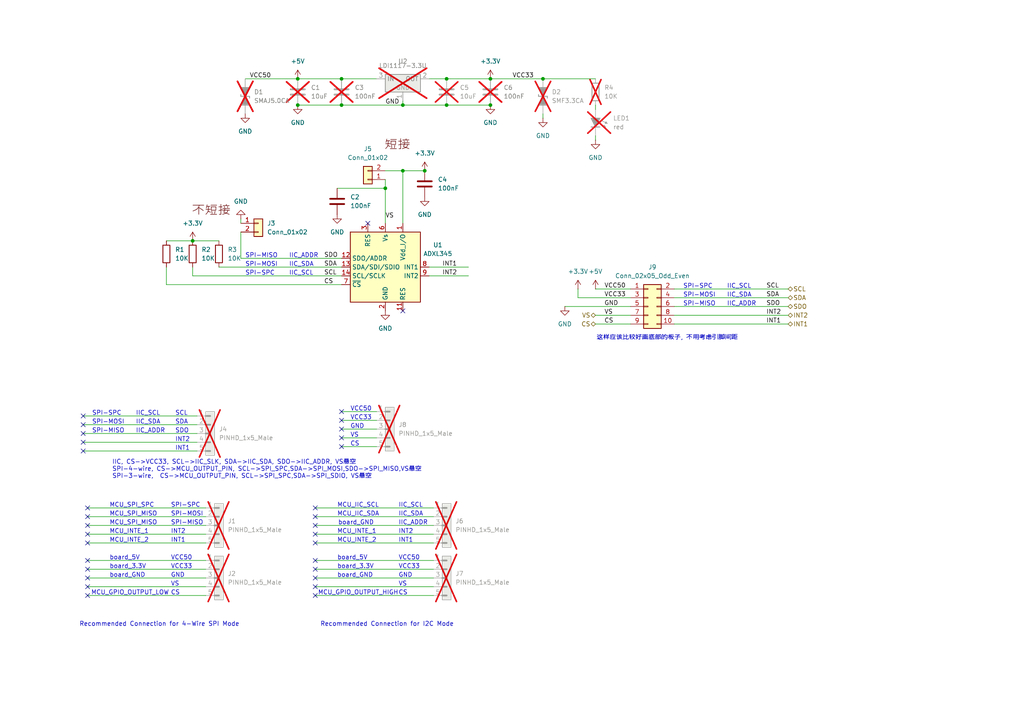
<source format=kicad_sch>
(kicad_sch (version 20250114) (generator "eeschema") (generator_version "9.0")
  (paper "A4")
  (lib_symbols
    (symbol "Connector_Generic:Conn_01x02" (pin_names (offset 1.016) (hide yes))
      (property "Reference" "J" (at 0 2.54 0))
      (property "Value" "Conn_01x02" (at 0 -5.08 0))
      (symbol "Conn_01x02_1_1"
        (rectangle (start -1.27 1.27) (end 1.27 -3.81) (stroke (width 0.254)) (fill (type background)))
        (rectangle (start -1.27 0.127) (end 0 -0.127) (stroke (width 0.1524)))
        (rectangle (start -1.27 -2.413) (end 0 -2.667) (stroke (width 0.1524)))
        (pin passive line (at -5.08 0 0) (length 3.81) (name "Pin_1") (number "1"))
        (pin passive line (at -5.08 -2.54 0) (length 3.81) (name "Pin_2") (number "2"))
      )
    )
    (symbol "Connector_Generic:Conn_02x05_Odd_Even" (pin_names (offset 1.016) (hide yes))
      (property "Reference" "J" (at 1.27 7.62 0))
      (property "Value" "Conn_02x05_Odd_Even" (at 1.27 -7.62 0))
      (symbol "Conn_02x05_Odd_Even_1_1"
        (rectangle (start -1.27 6.35) (end 3.81 -6.35) (stroke (width 0.254)) (fill (type background)))
        (rectangle (start -1.27 5.207) (end 0 4.953) (stroke (width 0.1524)))
        (rectangle (start -1.27 2.667) (end 0 2.413) (stroke (width 0.1524)))
        (rectangle (start -1.27 0.127) (end 0 -0.127) (stroke (width 0.1524)))
        (rectangle (start -1.27 -2.413) (end 0 -2.667) (stroke (width 0.1524)))
        (rectangle (start -1.27 -4.953) (end 0 -5.207) (stroke (width 0.1524)))
        (rectangle (start 3.81 5.207) (end 2.54 4.953) (stroke (width 0.1524)))
        (rectangle (start 3.81 2.667) (end 2.54 2.413) (stroke (width 0.1524)))
        (rectangle (start 3.81 0.127) (end 2.54 -0.127) (stroke (width 0.1524)))
        (rectangle (start 3.81 -2.413) (end 2.54 -2.667) (stroke (width 0.1524)))
        (rectangle (start 3.81 -4.953) (end 2.54 -5.207) (stroke (width 0.1524)))
        (pin passive line (at -5.08 5.08 0) (length 3.81) (name "Pin_1") (number "1"))
        (pin passive line (at -5.08 2.54 0) (length 3.81) (name "Pin_3") (number "3"))
        (pin passive line (at -5.08 0 0) (length 3.81) (name "Pin_5") (number "5"))
        (pin passive line (at -5.08 -2.54 0) (length 3.81) (name "Pin_7") (number "7"))
        (pin passive line (at -5.08 -5.08 0) (length 3.81) (name "Pin_9") (number "9"))
        (pin passive line (at 7.62 5.08 180) (length 3.81) (name "Pin_2") (number "2"))
        (pin passive line (at 7.62 2.54 180) (length 3.81) (name "Pin_4") (number "4"))
        (pin passive line (at 7.62 0 180) (length 3.81) (name "Pin_6") (number "6"))
        (pin passive line (at 7.62 -2.54 180) (length 3.81) (name "Pin_8") (number "8"))
        (pin passive line (at 7.62 -5.08 180) (length 3.81) (name "Pin_10") (number "10"))
      )
    )
    (symbol "Library:ADXL345"
      (property "Reference" "U" (at -8.89 11.43 0))
      (property "Value" "ADXL345" (at -7.62 -11.43 0))
      (symbol "ADXL345_0_1"
        (rectangle (start -10.16 10.16) (end 10.16 -10.16) (stroke (width 0.254)) (fill (type background)))
      )
      (symbol "ADXL345_1_1"
        (pin bidirectional line (at -12.7 2.54 0) (length 2.54) (name "SDO/ADDR") (number "12"))
        (pin bidirectional line (at -12.7 0 0) (length 2.54) (name "SDA/SDI/SDIO") (number "13"))
        (pin input line (at -12.7 -2.54 0) (length 2.54) (name "SCL/SCLK") (number "14"))
        (pin input line (at -12.7 -5.08 0) (length 2.54) (name "~{CS}") (number "7"))
        (pin passive line (at -5.08 12.7 270) (length 2.54) (name "RES") (number "3"))
        (pin no_connect line (at -5.08 -10.16 90) (length 2.54) (hide yes) (name "NC") (number "10"))
        (pin power_in line (at 0 12.7 270) (length 2.54) (name "Vs") (number "6"))
        (pin power_in line (at 0 -12.7 90) (length 2.54) (name "GND") (number "2"))
        (pin passive line (at 0 -12.7 90) (length 2.54) (hide yes) (name "GND") (number "4"))
        (pin passive line (at 0 -12.7 90) (length 2.54) (hide yes) (name "GND") (number "5"))
        (pin power_in line (at 5.08 12.7 270) (length 2.54) (name "Vdd_I/O") (number "1"))
        (pin passive line (at 5.08 -12.7 90) (length 2.54) (name "RES") (number "11"))
        (pin output line (at 12.7 0 180) (length 2.54) (name "INT1") (number "8"))
        (pin output line (at 12.7 -2.54 180) (length 2.54) (name "INT2") (number "9"))
      )
    )
    (symbol "PCM_Capacitor_AKL:C_1206" (pin_numbers (hide yes)) (pin_names (offset 0.254))
      (property "Reference" "C" (at 0.635 2.54 0))
      (property "Value" "C_1206" (at 0.635 -2.54 0))
      (symbol "C_1206_0_1"
        (polyline (pts (xy -2.032 0.762) (xy 2.032 0.762)) (stroke (width 0.508)))
        (polyline (pts (xy -2.032 -0.762) (xy 2.032 -0.762)) (stroke (width 0.508)))
      )
      (symbol "C_1206_0_2"
        (polyline (pts (xy -2.54 -2.54) (xy -0.381 -0.381)))
        (polyline (pts (xy -0.508 -0.508) (xy -1.651 0.635)) (stroke (width 0.508)))
        (polyline (pts (xy -0.508 -0.508) (xy 0.635 -1.651)) (stroke (width 0.508)))
        (polyline (pts (xy 0.381 0.381) (xy 2.54 2.54)))
        (polyline (pts (xy 0.508 0.508) (xy -0.635 1.651)) (stroke (width 0.508)))
        (polyline (pts (xy 0.508 0.508) (xy 1.651 -0.635)) (stroke (width 0.508)))
      )
      (symbol "C_1206_1_1"
        (pin passive line (at 0 3.81 270) (length 2.794) (name "~") (number "1"))
        (pin passive line (at 0 -3.81 90) (length 2.794) (name "~") (number "2"))
      )
      (symbol "C_1206_1_2"
        (pin passive line (at -2.54 -2.54 90) (length 0) (name "~") (number "2"))
        (pin passive line (at 2.54 2.54 270) (length 0) (name "~") (number "1"))
      )
    )
    (symbol "PCM_Diode_TVS_AKL:SMAJ5.0CA" (pin_numbers (hide yes)) (pin_names (offset 1.016) (hide yes))
      (property "Reference" "D" (at 0 5.08 0))
      (property "Value" "SMAJ5.0CA" (at 0 2.54 0))
      (symbol "SMAJ5.0CA_0_1"
        (polyline (pts (xy 0 1.27) (xy 0 -1.27)) (stroke (width 0.254)))
        (polyline (pts (xy 0 1.27) (xy 0.508 1.27)) (stroke (width 0.254)))
        (polyline (pts (xy 0 0) (xy -2.54 1.27) (xy -2.54 -1.27) (xy 0 0)) (stroke (width 0.254)) (fill (type outline)))
        (polyline (pts (xy 0 -1.27) (xy -0.508 -1.27)) (stroke (width 0.254)))
        (polyline (pts (xy 1.27 0) (xy -1.27 0)))
        (polyline (pts (xy 2.54 1.27) (xy 2.54 -1.27) (xy 0 0) (xy 2.54 1.27)) (stroke (width 0.254)) (fill (type outline)))
      )
      (symbol "SMAJ5.0CA_0_2"
        (polyline (pts (xy -3.81 -3.81) (xy 3.81 3.81)))
        (polyline (pts (xy -1.778 -1.778) (xy -2.667 -0.889) (xy 0 0) (xy -0.889 -2.667) (xy -1.778 -1.778)) (stroke (width 0.254)) (fill (type outline)))
        (polyline (pts (xy -0.889 0.889) (xy -1.27 0.508)) (stroke (width 0.254)))
        (polyline (pts (xy -0.889 0.889) (xy 0.889 -0.889)) (stroke (width 0.254)))
        (polyline (pts (xy 0.889 -0.889) (xy 1.27 -0.508)) (stroke (width 0.254)))
        (polyline (pts (xy 1.778 1.778) (xy 2.667 0.889) (xy 0 0) (xy 0.889 2.667) (xy 1.778 1.778)) (stroke (width 0.254)) (fill (type outline)))
      )
      (symbol "SMAJ5.0CA_1_1"
        (pin passive line (at -5.08 0 0) (length 2.54) (name "K") (number "1"))
        (pin passive line (at 5.08 0 180) (length 2.54) (name "A") (number "2"))
      )
      (symbol "SMAJ5.0CA_1_2"
        (pin passive line (at -3.81 -3.81 0) (length 0) (name "A") (number "2"))
        (pin passive line (at 3.81 3.81 180) (length 0) (name "K") (number "1"))
      )
    )
    (symbol "PCM_LED_AKL:LED_1206" (pin_numbers (hide yes)) (pin_names (offset 1.016) (hide yes))
      (property "Reference" "LED" (at 0 7.62 0))
      (property "Value" "LED_1206" (at 0 5.08 0))
      (symbol "LED_1206_0_1"
        (polyline (pts (xy -1.27 1.27) (xy -1.27 -1.27) (xy 1.27 0) (xy -1.27 1.27)) (stroke (width 0.254)) (fill (type outline)))
        (polyline (pts (xy -0.508 1.905) (xy 0.254 3.429)) (stroke (width 0.1524)))
        (polyline (pts (xy 0 2.921) (xy -0.254 3.048)) (stroke (width 0.1524)))
        (polyline (pts (xy 0 2.921) (xy 0.254 2.794)) (stroke (width 0.1524)))
        (polyline (pts (xy 0.254 2.794) (xy -0.254 3.048) (xy 0.254 3.429) (xy 0.254 2.794)) (stroke (width 0.1524)) (fill (type outline)))
        (polyline (pts (xy 0.508 1.397) (xy 1.27 2.921)) (stroke (width 0.1524)))
        (polyline (pts (xy 1.016 2.413) (xy 0.762 2.54)) (stroke (width 0.1524)))
        (polyline (pts (xy 1.016 2.413) (xy 1.27 2.286)) (stroke (width 0.1524)))
        (polyline (pts (xy 1.27 2.286) (xy 0.762 2.54) (xy 1.27 2.921) (xy 1.27 2.286)) (stroke (width 0.1524)) (fill (type outline)))
        (polyline (pts (xy 1.27 1.27) (xy 1.27 -1.27)) (stroke (width 0.254)))
        (polyline (pts (xy 1.27 0) (xy -1.27 0)))
      )
      (symbol "LED_1206_0_2"
        (polyline (pts (xy -2.54 -2.54) (xy 2.54 2.54)))
        (polyline (pts (xy -2.159 2.413) (xy -2.286 1.778) (xy -1.6764 1.9812) (xy -2.159 2.413)) (fill (type outline)))
        (polyline (pts (xy -1.651 0.889) (xy -2.159 2.413)))
        (polyline (pts (xy -1.016 2.794) (xy -1.143 2.159) (xy -0.5334 2.3622) (xy -1.016 2.794)) (fill (type outline)))
        (polyline (pts (xy -0.889 -0.889) (xy -1.778 0) (xy 0.889 0.889) (xy 0 -1.778) (xy -0.889 -0.889)) (stroke (width 0.254)) (fill (type outline)))
        (polyline (pts (xy -0.508 1.27) (xy -1.016 2.794)))
        (polyline (pts (xy 0 1.778) (xy 1.778 0)) (stroke (width 0.254)))
      )
      (symbol "LED_1206_1_1"
        (pin passive line (at -3.81 0 0) (length 2.54) (name "A") (number "2"))
        (pin passive line (at 3.81 0 180) (length 2.54) (name "K") (number "1"))
      )
      (symbol "LED_1206_1_2"
        (pin passive line (at -2.54 -2.54 0) (length 0) (name "A") (number "2"))
        (pin passive line (at 2.54 2.54 180) (length 0) (name "K") (number "1"))
      )
    )
    (symbol "PCM_Resistor_AKL:R_1206" (pin_numbers (hide yes)) (pin_names (offset 0))
      (property "Reference" "R" (at 2.54 1.27 0))
      (property "Value" "R_1206" (at 2.54 -1.27 0))
      (symbol "R_1206_0_1"
        (rectangle (start -1.016 2.54) (end 1.016 -2.54) (stroke (width 0.254)))
      )
      (symbol "R_1206_0_2"
        (polyline (pts (xy -2.54 -2.54) (xy -1.524 -1.524)))
        (polyline (pts (xy 1.524 1.524) (xy 2.54 2.54)))
        (polyline (pts (xy 1.524 1.524) (xy 0.889 2.159) (xy -2.159 -0.889) (xy -0.889 -2.159) (xy 2.159 0.889) (xy 1.524 1.524)) (stroke (width 0.254)))
      )
      (symbol "R_1206_1_1"
        (pin passive line (at 0 3.81 270) (length 1.27) (name "~") (number "1"))
        (pin passive line (at 0 -3.81 90) (length 1.27) (name "~") (number "2"))
      )
      (symbol "R_1206_1_2"
        (pin passive line (at -2.54 -2.54 0) (length 0) (name "") (number "2"))
        (pin passive line (at 2.54 2.54 180) (length 0) (name "") (number "1"))
      )
    )
    (symbol "PCM_SL_Pin_Headers:PINHD_1x5_Male"
      (property "Reference" "J" (at 0 10.16 0))
      (property "Value" "PINHD_1x5_Male" (at 0 7.62 0))
      (symbol "PINHD_1x5_Male_0_1"
        (rectangle (start -1.27 6.35) (end 1.27 -6.35) (fill (type background)))
        (polyline (pts (xy -1.27 5.08) (xy 0 5.08)) (stroke (width 0.3)))
        (polyline (pts (xy -1.27 5.08) (xy 0 5.08)) (stroke (width 0.5)))
        (polyline (pts (xy -1.27 2.54) (xy 0 2.54)) (stroke (width 0.3)))
        (polyline (pts (xy -1.27 2.54) (xy 0 2.54)) (stroke (width 0.5)))
        (polyline (pts (xy -1.27 0) (xy 0 0)) (stroke (width 0.3)))
        (polyline (pts (xy -1.27 0) (xy 0 0)) (stroke (width 0.5)))
        (polyline (pts (xy -1.27 -2.54) (xy 0 -2.54)) (stroke (width 0.3)))
        (polyline (pts (xy -1.27 -2.54) (xy 0 -2.54)) (stroke (width 0.5)))
        (polyline (pts (xy -1.27 -5.08) (xy 0 -5.08)) (stroke (width 0.3)))
        (polyline (pts (xy -1.27 -5.08) (xy 0 -5.08)) (stroke (width 0.5)))
      )
      (symbol "PINHD_1x5_Male_1_1"
        (pin passive line (at -3.81 5.08 0) (length 2.54) (name "") (number "1"))
        (pin passive line (at -3.81 2.54 0) (length 2.54) (name "") (number "2"))
        (pin passive line (at -3.81 0 0) (length 2.54) (name "") (number "3"))
        (pin passive line (at -3.81 -2.54 0) (length 2.54) (name "") (number "4"))
        (pin passive line (at -3.81 -5.08 0) (length 2.54) (name "") (number "5"))
      )
    )
    (symbol "PCM_Voltage_Regulator_AKL:LDI1117-3.3U"
      (property "Reference" "U" (at 0 6.35 0))
      (property "Value" "LDI1117-3.3U" (at 0 3.81 0))
      (symbol "LDI1117-3.3U_0_0"
        (rectangle (start -5.08 1.27) (end 5.08 -3.81) (stroke (width 0.254)) (fill (type background)))
        (text "GND" (at 0 -2.54 0) (effects (font (size 1.27 1.27))))
      )
      (symbol "LDI1117-3.3U_1_1"
        (pin power_in line (at -7.62 0 0) (length 2.54) (name "IN") (number "3"))
        (pin power_in line (at 0 -6.35 90) (length 2.54) (name "~") (number "1"))
        (pin power_out line (at 7.62 0 180) (length 2.54) (name "OUT") (number "2"))
      )
    )
    (symbol "SMF3.3CA_1" (pin_numbers (hide yes)) (pin_names (offset 1.016) (hide yes))
      (property "Reference" "D" (at 0 5.08 0))
      (property "Value" "SMF3.3CA" (at 0 2.54 0))
      (symbol "SMF3.3CA_1_0_1"
        (polyline (pts (xy 0 1.27) (xy 0 -1.27)) (stroke (width 0.254)))
        (polyline (pts (xy 0 1.27) (xy 0.508 1.27)) (stroke (width 0.254)))
        (polyline (pts (xy 0 0) (xy -2.54 1.27) (xy -2.54 -1.27) (xy 0 0)) (stroke (width 0.254)) (fill (type outline)))
        (polyline (pts (xy 0 -1.27) (xy -0.508 -1.27)) (stroke (width 0.254)))
        (polyline (pts (xy 1.27 0) (xy -1.27 0)))
        (polyline (pts (xy 2.54 1.27) (xy 2.54 -1.27) (xy 0 0) (xy 2.54 1.27)) (stroke (width 0.254)) (fill (type outline)))
      )
      (symbol "SMF3.3CA_1_0_2"
        (polyline (pts (xy -3.81 -3.81) (xy 3.81 3.81)))
        (polyline (pts (xy -1.778 -1.778) (xy -2.667 -0.889) (xy 0 0) (xy -0.889 -2.667) (xy -1.778 -1.778)) (stroke (width 0.254)) (fill (type outline)))
        (polyline (pts (xy -0.889 0.889) (xy -1.27 0.508)) (stroke (width 0.254)))
        (polyline (pts (xy -0.889 0.889) (xy 0.889 -0.889)) (stroke (width 0.254)))
        (polyline (pts (xy 0.889 -0.889) (xy 1.27 -0.508)) (stroke (width 0.254)))
        (polyline (pts (xy 1.778 1.778) (xy 2.667 0.889) (xy 0 0) (xy 0.889 2.667) (xy 1.778 1.778)) (stroke (width 0.254)) (fill (type outline)))
      )
      (symbol "SMF3.3CA_1_1_1"
        (pin passive line (at -5.08 0 0) (length 2.54) (name "K") (number "1"))
        (pin passive line (at 5.08 0 180) (length 2.54) (name "A") (number "2"))
      )
      (symbol "SMF3.3CA_1_1_2"
        (pin passive line (at -3.81 -3.81 0) (length 0) (name "A") (number "2"))
        (pin passive line (at 3.81 3.81 180) (length 0) (name "K") (number "1"))
      )
    )
    (symbol "power:+3.3V" (power) (pin_numbers (hide yes)) (pin_names (offset 0) (hide yes))
      (property "Value" "+3.3V" (at 0 3.556 0))
      (symbol "+3.3V_0_1"
        (polyline (pts (xy -0.762 1.27) (xy 0 2.54)))
        (polyline (pts (xy 0 2.54) (xy 0.762 1.27)))
        (polyline (pts (xy 0 0) (xy 0 2.54)))
      )
      (symbol "+3.3V_1_1"
        (pin power_in line (at 0 0 90) (length 0) (name "~") (number "1"))
      )
    )
    (symbol "power:+5V" (power) (pin_numbers (hide yes)) (pin_names (offset 0) (hide yes))
      (property "Value" "+5V" (at 0 3.556 0))
      (symbol "+5V_0_1"
        (polyline (pts (xy -0.762 1.27) (xy 0 2.54)))
        (polyline (pts (xy 0 2.54) (xy 0.762 1.27)))
        (polyline (pts (xy 0 0) (xy 0 2.54)))
      )
      (symbol "+5V_1_1"
        (pin power_in line (at 0 0 90) (length 0) (name "~") (number "1"))
      )
    )
    (symbol "power:GND" (power) (pin_numbers (hide yes)) (pin_names (offset 0) (hide yes))
      (property "Value" "GND" (at 0 -3.81 0))
      (symbol "GND_0_1"
        (polyline (pts (xy 0 0) (xy 0 -1.27) (xy 1.27 -1.27) (xy 0 -2.54) (xy -1.27 -1.27) (xy 0 -1.27)))
      )
      (symbol "GND_1_1"
        (pin power_in line (at 0 0 270) (length 0) (name "~") (number "1"))
      )
    )
  )
  (text "board_GND" (at 31.75 167.64 0) (effects (font (size 1.27 1.27)) (justify left bottom)))
  (text "IIC_ADDR" (at 39.37 125.73 0) (effects (font (size 1.27 1.27)) (justify left bottom)))
  (text "SPI-MOSI" (at 71.12 77.47 0) (effects (font (size 1.27 1.27)) (justify left bottom)))
  (text "短接" (at 111.506 43.688 0) (effects (font (size 2.54 2.54)) (justify left bottom)))
  (text "SPI-MOSI" (at 26.67 123.19 0) (effects (font (size 1.27 1.27)) (justify left bottom)))
  (text "IIC_SCL" (at 83.82 80.01 0) (effects (font (size 1.27 1.27)) (justify left bottom)))
  (text "GND" (at 115.57 167.64 0) (effects (font (size 1.27 1.27)) (justify left bottom)))
  (text "IIC_SCL" (at 115.57 147.32 0) (effects (font (size 1.27 1.27)) (justify left bottom)))
  (text "SPI-SPC" (at 26.67 120.65 0) (effects (font (size 1.27 1.27)) (justify left bottom)))
  (text "IIC_ADDR" (at 83.82 74.93 0) (effects (font (size 1.27 1.27)) (justify left bottom)))
  (text "这样应该比较好画底部的板子, 不用考虑引脚间距" (at 193.548 98.044 0) (effects (font (size 1.27 1.27))))
  (text "MCU_SPI_MISO" (at 31.75 152.4 0) (effects (font (size 1.27 1.27)) (justify left bottom)))
  (text "MCU_SPI_SPC" (at 31.75 147.32 0) (effects (font (size 1.27 1.27)) (justify left bottom)))
  (text "SPI-MOSI" (at 49.53 149.86 0) (effects (font (size 1.27 1.27)) (justify left bottom)))
  (text "VCC50" (at 115.57 162.56 0) (effects (font (size 1.27 1.27)) (justify left bottom)))
  (text "MCU_INTE_1" (at 31.75 154.94 0) (effects (font (size 1.27 1.27)) (justify left bottom)))
  (text "MCU_GPIO_OUTPUT_LOW" (at 26.416 172.72 0) (effects (font (size 1.27 1.27)) (justify left bottom)))
  (text "CS" (at 49.53 172.72 0) (effects (font (size 1.27 1.27)) (justify left bottom)))
  (text "MCU_INTE_2" (at 97.79 157.48 0) (effects (font (size 1.27 1.27)) (justify left bottom)))
  (text "SPI-MISO" (at 71.12 74.93 0) (effects (font (size 1.27 1.27)) (justify left bottom)))
  (text "IIC_SDA" (at 39.37 123.19 0) (effects (font (size 1.27 1.27)) (justify left bottom)))
  (text "VCC33" (at 49.53 165.1 0) (effects (font (size 1.27 1.27)) (justify left bottom)))
  (text "IIC_SDA" (at 115.57 149.86 0) (effects (font (size 1.27 1.27)) (justify left bottom)))
  (text "IIC_SDA" (at 83.82 77.47 0) (effects (font (size 1.27 1.27)) (justify left bottom)))
  (text "IIC_SDA" (at 210.82 86.36 0) (effects (font (size 1.27 1.27)) (justify left bottom)))
  (text "SDO" (at 50.8 125.73 0) (effects (font (size 1.27 1.27)) (justify left bottom)))
  (text "INT2" (at 115.57 154.94 0) (effects (font (size 1.27 1.27)) (justify left bottom)))
  (text "board_5V" (at 97.79 162.56 0) (effects (font (size 1.27 1.27)) (justify left bottom)))
  (text "VCC33" (at 101.6 121.92 0) (effects (font (size 1.27 1.27)) (justify left bottom)))
  (text "SPI-MISO" (at 198.12 88.9 0) (effects (font (size 1.27 1.27)) (justify left bottom)))
  (text "SCL" (at 50.8 120.65 0) (effects (font (size 1.27 1.27)) (justify left bottom)))
  (text "INT2" (at 49.53 154.94 0) (effects (font (size 1.27 1.27)) (justify left bottom)))
  (text "SPI-SPC" (at 49.53 147.32 0) (effects (font (size 1.27 1.27)) (justify left bottom)))
  (text "VCC50" (at 101.6 119.38 0) (effects (font (size 1.27 1.27)) (justify left bottom)))
  (text "board_5V" (at 31.75 162.56 0) (effects (font (size 1.27 1.27)) (justify left bottom)))
  (text "IIC_SCL" (at 210.82 83.82 0) (effects (font (size 1.27 1.27)) (justify left bottom)))
  (text "SPI-SPC" (at 71.12 80.01 0) (effects (font (size 1.27 1.27)) (justify left bottom)))
  (text "INT1" (at 115.57 157.48 0) (effects (font (size 1.27 1.27)) (justify left bottom)))
  (text "MCU_IIC_SDA" (at 97.79 149.86 0) (effects (font (size 1.27 1.27)) (justify left bottom)))
  (text "board_3.3V" (at 97.79 165.1 0) (effects (font (size 1.27 1.27)) (justify left bottom)))
  (text "不短接" (at 55.626 62.738 0) (effects (font (size 2.54 2.54)) (justify left bottom)))
  (text "Recommended Connection for I2C Mode" (at 112.268 181.102 0) (effects (font (size 1.27 1.27))))
  (text "board_GND" (at 98.044 152.4 0) (effects (font (size 1.27 1.27)) (justify left bottom)))
  (text "MCU_SPI_MISO" (at 31.75 149.86 0) (effects (font (size 1.27 1.27)) (justify left bottom)))
  (text "SPI-MISO" (at 49.53 152.4 0) (effects (font (size 1.27 1.27)) (justify left bottom)))
  (text "board_3.3V" (at 31.75 165.1 0) (effects (font (size 1.27 1.27)) (justify left bottom)))
  (text "CS" (at 115.57 172.72 0) (effects (font (size 1.27 1.27)) (justify left bottom)))
  (text "MCU_GPIO_OUTPUT_HIGH" (at 92.202 172.72 0) (effects (font (size 1.27 1.27)) (justify left bottom)))
  (text "INT1" (at 49.53 157.48 0) (effects (font (size 1.27 1.27)) (justify left bottom)))
  (text "SPI-MOSI" (at 198.12 86.36 0) (effects (font (size 1.27 1.27)) (justify left bottom)))
  (text "IIC_ADDR" (at 210.82 88.9 0) (effects (font (size 1.27 1.27)) (justify left bottom)))
  (text "VCC50" (at 49.53 162.56 0) (effects (font (size 1.27 1.27)) (justify left bottom)))
  (text "SDA" (at 50.8 123.19 0) (effects (font (size 1.27 1.27)) (justify left bottom)))
  (text "IIC, CS->VCC33, SCL->IIC_SLK, SDA->IIC_SDA, SDO->IIC_ADDR, VS悬空\nSPI-4-wire, CS->MCU_OUTPUT_PIN, SCL->SPI_SPC,SDA->SPI_MOSI,SDO->SPI_MISO,VS悬空\nSPI-3-wire,  CS->MCU_OUTPUT_PIN, SCL->SPI_SPC,SDA->SPI_SDIO, VS悬空" (at 32.512 136.144 0) (effects (font (size 1.27 1.27)) (justify left)))
  (text "VCC33" (at 115.57 165.1 0) (effects (font (size 1.27 1.27)) (justify left bottom)))
  (text "SPI-MISO" (at 26.67 125.73 0) (effects (font (size 1.27 1.27)) (justify left bottom)))
  (text "VS" (at 101.6 127 0) (effects (font (size 1.27 1.27)) (justify left bottom)))
  (text "SPI-SPC" (at 198.12 83.82 0) (effects (font (size 1.27 1.27)) (justify left bottom)))
  (text "IIC_ADDR" (at 115.57 152.4 0) (effects (font (size 1.27 1.27)) (justify left bottom)))
  (text "IIC_SCL" (at 39.37 120.65 0) (effects (font (size 1.27 1.27)) (justify left bottom)))
  (text "MCU_INTE_2" (at 31.75 157.48 0) (effects (font (size 1.27 1.27)) (justify left bottom)))
  (text "board_GND" (at 97.79 167.64 0) (effects (font (size 1.27 1.27)) (justify left bottom)))
  (text "Recommended Connection for 4-Wire SPI Mode" (at 46.228 181.102 0) (effects (font (size 1.27 1.27))))
  (text "INT1" (at 50.8 130.81 0) (effects (font (size 1.27 1.27)) (justify left bottom)))
  (text "MCU_IIC_SCL" (at 97.79 147.32 0) (effects (font (size 1.27 1.27)) (justify left bottom)))
  (text "CS" (at 101.6 129.54 0) (effects (font (size 1.27 1.27)) (justify left bottom)))
  (text "MCU_INTE_1" (at 97.79 154.94 0) (effects (font (size 1.27 1.27)) (justify left bottom)))
  (text "INT2" (at 50.8 128.27 0) (effects (font (size 1.27 1.27)) (justify left bottom)))
  (text "VS" (at 115.57 170.18 0) (effects (font (size 1.27 1.27)) (justify left bottom)))
  (text "GND" (at 101.6 124.46 0) (effects (font (size 1.27 1.27)) (justify left bottom)))
  (text "VS" (at 49.53 170.18 0) (effects (font (size 1.27 1.27)) (justify left bottom)))
  (text "GND" (at 49.53 167.64 0) (effects (font (size 1.27 1.27)) (justify left bottom)))
  (junction (at 111.76 54.61))
  (junction (at 123.19 49.53))
  (junction (at 157.48 22.86))
  (junction (at 99.06 30.48))
  (junction (at 55.88 69.85))
  (junction (at 116.84 30.48))
  (junction (at 142.24 30.48))
  (junction (at 142.24 22.86))
  (junction (at 129.54 30.48))
  (junction (at 116.84 49.53))
  (junction (at 99.06 22.86))
  (junction (at 86.36 22.86))
  (junction (at 129.54 22.86))
  (junction (at 86.36 30.48))
  (no_connect (at 91.44 170.18))
  (no_connect (at 91.44 154.94))
  (no_connect (at 25.4 162.56))
  (no_connect (at 25.4 147.32))
  (no_connect (at 25.4 165.1))
  (no_connect (at 25.4 154.94))
  (no_connect (at 25.4 172.72))
  (no_connect (at 24.13 120.65))
  (no_connect (at 25.4 167.64))
  (no_connect (at 91.44 152.4))
  (no_connect (at 91.44 149.86))
  (no_connect (at 25.4 157.48))
  (no_connect (at 24.13 130.81))
  (no_connect (at 91.44 162.56))
  (no_connect (at 91.44 147.32))
  (no_connect (at 99.06 119.38))
  (no_connect (at 24.13 125.73))
  (no_connect (at 91.44 167.64))
  (no_connect (at 99.06 124.46))
  (no_connect (at 25.4 152.4))
  (no_connect (at 91.44 157.48))
  (no_connect (at 24.13 128.27))
  (no_connect (at 91.44 165.1))
  (no_connect (at 99.06 121.92))
  (no_connect (at 116.84 90.17))
  (no_connect (at 24.13 123.19))
  (no_connect (at 99.06 129.54))
  (no_connect (at 106.68 64.77))
  (no_connect (at 25.4 170.18))
  (no_connect (at 91.44 172.72))
  (no_connect (at 99.06 127))
  (no_connect (at 25.4 149.86))
  (wire (pts (xy 91.44 172.72) (xy 125.73 172.72)))
  (wire (pts (xy 91.44 157.48) (xy 125.73 157.48)))
  (wire (pts (xy 69.85 67.31) (xy 69.85 74.93)))
  (wire (pts (xy 25.4 149.86) (xy 59.69 149.86)))
  (wire (pts (xy 99.06 77.47) (xy 63.5 77.47)))
  (wire (pts (xy 172.72 83.82) (xy 182.88 83.82)))
  (wire (pts (xy 157.48 22.86) (xy 172.72 22.86)))
  (wire (pts (xy 91.44 152.4) (xy 125.73 152.4)))
  (wire (pts (xy 24.13 128.27) (xy 57.15 128.27)))
  (wire (pts (xy 25.4 147.32) (xy 59.69 147.32)))
  (wire (pts (xy 111.76 54.61) (xy 111.76 64.77)))
  (wire (pts (xy 25.4 162.56) (xy 59.69 162.56)))
  (wire (pts (xy 91.44 149.86) (xy 125.73 149.86)))
  (wire (pts (xy 25.4 172.72) (xy 59.69 172.72)))
  (wire (pts (xy 142.24 22.86) (xy 157.48 22.86)))
  (wire (pts (xy 91.44 162.56) (xy 125.73 162.56)))
  (wire (pts (xy 86.36 22.86) (xy 99.06 22.86)))
  (wire (pts (xy 99.06 74.93) (xy 69.85 74.93)))
  (wire (pts (xy 157.48 33.02) (xy 157.48 34.29)))
  (wire (pts (xy 195.58 83.82) (xy 228.6 83.82)))
  (wire (pts (xy 91.44 154.94) (xy 125.73 154.94)))
  (wire (pts (xy 172.72 40.64) (xy 172.72 39.37)))
  (wire (pts (xy 24.13 120.65) (xy 57.15 120.65)))
  (wire (pts (xy 99.06 30.48) (xy 116.84 30.48)))
  (wire (pts (xy 25.4 170.18) (xy 59.69 170.18)))
  (wire (pts (xy 99.06 119.38) (xy 109.22 119.38)))
  (wire (pts (xy 25.4 157.48) (xy 59.69 157.48)))
  (wire (pts (xy 91.44 167.64) (xy 125.73 167.64)))
  (wire (pts (xy 167.64 86.36) (xy 182.88 86.36)))
  (wire (pts (xy 129.54 22.86) (xy 142.24 22.86)))
  (wire (pts (xy 116.84 29.21) (xy 116.84 30.48)))
  (wire (pts (xy 124.46 22.86) (xy 129.54 22.86)))
  (wire (pts (xy 116.84 49.53) (xy 111.76 49.53)))
  (wire (pts (xy 25.4 154.94) (xy 59.69 154.94)))
  (wire (pts (xy 48.26 77.47) (xy 48.26 82.55)))
  (wire (pts (xy 48.26 82.55) (xy 99.06 82.55)))
  (wire (pts (xy 99.06 22.86) (xy 109.22 22.86)))
  (wire (pts (xy 97.79 54.61) (xy 111.76 54.61)))
  (wire (pts (xy 172.72 93.98) (xy 182.88 93.98)))
  (wire (pts (xy 116.84 49.53) (xy 116.84 64.77)))
  (wire (pts (xy 124.46 77.47) (xy 135.89 77.47)))
  (wire (pts (xy 167.64 86.36) (xy 167.64 83.82)))
  (wire (pts (xy 91.44 165.1) (xy 125.73 165.1)))
  (wire (pts (xy 86.36 30.48) (xy 99.06 30.48)))
  (wire (pts (xy 48.26 69.85) (xy 55.88 69.85)))
  (wire (pts (xy 25.4 165.1) (xy 59.69 165.1)))
  (wire (pts (xy 172.72 30.48) (xy 172.72 31.75)))
  (wire (pts (xy 195.58 93.98) (xy 228.6 93.98)))
  (wire (pts (xy 123.19 49.53) (xy 116.84 49.53)))
  (wire (pts (xy 195.58 88.9) (xy 228.6 88.9)))
  (wire (pts (xy 69.85 63.5) (xy 69.85 64.77)))
  (wire (pts (xy 129.54 30.48) (xy 142.24 30.48)))
  (wire (pts (xy 25.4 167.64) (xy 59.69 167.64)))
  (wire (pts (xy 99.06 121.92) (xy 109.22 121.92)))
  (wire (pts (xy 99.06 124.46) (xy 109.22 124.46)))
  (wire (pts (xy 24.13 125.73) (xy 57.15 125.73)))
  (wire (pts (xy 195.58 91.44) (xy 228.6 91.44)))
  (wire (pts (xy 163.83 88.9) (xy 182.88 88.9)))
  (wire (pts (xy 124.46 80.01) (xy 135.89 80.01)))
  (wire (pts (xy 99.06 80.01) (xy 55.88 80.01)))
  (wire (pts (xy 99.06 127) (xy 109.22 127)))
  (wire (pts (xy 91.44 170.18) (xy 125.73 170.18)))
  (wire (pts (xy 24.13 130.81) (xy 57.15 130.81)))
  (wire (pts (xy 25.4 152.4) (xy 59.69 152.4)))
  (wire (pts (xy 91.44 147.32) (xy 125.73 147.32)))
  (wire (pts (xy 24.13 123.19) (xy 57.15 123.19)))
  (wire (pts (xy 55.88 80.01) (xy 55.88 77.47)))
  (wire (pts (xy 99.06 129.54) (xy 109.22 129.54)))
  (wire (pts (xy 195.58 86.36) (xy 228.6 86.36)))
  (wire (pts (xy 55.88 69.85) (xy 63.5 69.85)))
  (wire (pts (xy 111.76 52.07) (xy 111.76 54.61)))
  (wire (pts (xy 71.12 22.86) (xy 86.36 22.86)))
  (wire (pts (xy 172.72 91.44) (xy 182.88 91.44)))
  (wire (pts (xy 116.84 30.48) (xy 129.54 30.48)))
  (label "SCL" (at 93.98 80.01 0))
  (label "VCC50" (at 72.39 22.86 0))
  (label "VCC33" (at 148.59 22.86 0))
  (label "INT2" (at 222.25 91.44 0))
  (label "SDA" (at 222.25 86.36 0))
  (label "CS" (at 175.26 93.98 0))
  (label "VS" (at 175.26 91.44 0))
  (label "GND" (at 175.26 88.9 0))
  (label "SCL" (at 222.25 83.82 0))
  (label "SDO" (at 93.98 74.93 0))
  (label "INT1" (at 222.25 93.98 0))
  (label "INT1" (at 128.27 77.47 0))
  (label "VCC50" (at 175.26 83.82 0))
  (label "CS" (at 93.98 82.55 0))
  (label "INT2" (at 128.27 80.01 0))
  (label "SDO" (at 222.25 88.9 0))
  (label "VCC33" (at 175.26 86.36 0))
  (label "GND" (at 111.76 30.48 0))
  (label "SDA" (at 93.98 77.47 0))
  (label "VS" (at 111.76 63.5 0))
  (hierarchical_label "SDO" (shape bidirectional) (at 228.6 88.9 0))
  (hierarchical_label "SCL" (shape bidirectional) (at 228.6 83.82 0))
  (hierarchical_label "CS" (shape bidirectional) (at 172.72 93.98 180))
  (hierarchical_label "VS" (shape bidirectional) (at 172.72 91.44 180))
  (hierarchical_label "INT2" (shape bidirectional) (at 228.6 91.44 0))
  (hierarchical_label "INT1" (shape bidirectional) (at 228.6 93.98 0))
  (hierarchical_label "SDA" (shape bidirectional) (at 228.6 86.36 0))
  (symbol (lib_id "PCM_SL_Pin_Headers:PINHD_1x5_Male") (at 63.5 152.4 0) (unit 1) (on_board no) (dnp yes)
    (property "Reference" "J1" (at 66.04 151.1299 0) (effects (justify left)))
    (property "Value" "PINHD_1x5_Male" (at 66.04 153.6699 0) (effects (justify left)))
    (property "Footprint" "Connector_PinHeader_2.54mm:PinHeader_1x05_P2.54mm_Vertical" (effects (hide yes)))
    (property "Description" "Pin Header male with pin space 2.54mm. Pin Count -5" (effects (hide yes)))
  )
  (symbol (lib_id "power:GND") (at 157.48 34.29 0) (unit 1)
    (property "Reference" "#PWR012" (effects (hide yes)))
    (property "Value" "GND" (at 157.48 39.37 0))
    (property "Description" "Power symbol creates a global label with name \"GND\" , ground" (effects (hide yes)))
  )
  (symbol (lib_id "power:GND") (at 111.76 90.17 0) (unit 1)
    (property "Reference" "#PWR07" (effects (hide yes)))
    (property "Value" "GND" (at 111.76 95.25 0))
    (property "Description" "Power symbol creates a global label with name \"GND\" , ground" (effects (hide yes)))
  )
  (symbol (lib_id "power:GND") (at 97.79 62.23 0) (unit 1)
    (property "Reference" "#PWR06" (effects (hide yes)))
    (property "Value" "GND" (at 97.79 67.31 0))
    (property "Description" "Power symbol creates a global label with name \"GND\" , ground" (effects (hide yes)))
  )
  (symbol (lib_id "PCM_Capacitor_AKL:C_1206") (at 97.79 58.42 0) (unit 1)
    (property "Reference" "C2" (at 101.6 57.1499 0) (effects (justify left)))
    (property "Value" "100nF" (at 101.6 59.6899 0) (effects (justify left)))
    (property "Footprint" "PCM_Capacitor_SMD_AKL:C_1206_3216Metric" (effects (hide yes)))
    (property "Description" "SMD 1206 MLCC capacitor, Alternate KiCad Library" (effects (hide yes)))
  )
  (symbol (lib_id "power:+3.3V") (at 142.24 22.86 0) (unit 1)
    (property "Reference" "#PWR010" (effects (hide yes)))
    (property "Value" "+3.3V" (at 142.24 17.78 0))
    (property "Description" "Power symbol creates a global label with name \"+3.3V\"" (effects (hide yes)))
  )
  (symbol (lib_id "PCM_SL_Pin_Headers:PINHD_1x5_Male") (at 63.5 167.64 0) (unit 1) (on_board no) (dnp yes)
    (property "Reference" "J2" (at 66.04 166.3699 0) (effects (justify left)))
    (property "Value" "PINHD_1x5_Male" (at 66.04 168.9099 0) (effects (justify left)))
    (property "Footprint" "Connector_PinHeader_2.54mm:PinHeader_1x05_P2.54mm_Vertical" (effects (hide yes)))
    (property "Description" "Pin Header male with pin space 2.54mm. Pin Count -5" (effects (hide yes)))
  )
  (symbol (lib_id "power:GND") (at 86.36 30.48 0) (unit 1)
    (property "Reference" "#PWR05" (effects (hide yes)))
    (property "Value" "GND" (at 86.36 35.56 0))
    (property "Description" "Power symbol creates a global label with name \"GND\" , ground" (effects (hide yes)))
  )
  (symbol (lib_id "Connector_Generic:Conn_02x05_Odd_Even") (at 187.96 88.9 0) (unit 1)
    (property "Reference" "J9" (at 189.23 77.47 0))
    (property "Value" "Conn_02x05_Odd_Even" (at 189.23 80.01 0))
    (property "Footprint" "Connector_PinHeader_2.54mm:PinHeader_2x05_P2.54mm_Vertical" (effects (hide yes)))
    (property "Description" "Generic connector, double row, 02x05, odd/even pin numbering scheme (row 1 odd numbers, row 2 even numbers), script generated (kicad-library-utils/schlib/autogen/connector/)" (effects (hide yes)))
  )
  (symbol (lib_id "PCM_SL_Pin_Headers:PINHD_1x5_Male") (at 129.54 167.64 0) (unit 1) (on_board no) (dnp yes)
    (property "Reference" "J7" (at 132.08 166.3699 0) (effects (justify left)))
    (property "Value" "PINHD_1x5_Male" (at 132.08 168.9099 0) (effects (justify left)))
    (property "Footprint" "Connector_PinHeader_2.54mm:PinHeader_1x05_P2.54mm_Vertical" (effects (hide yes)))
    (property "Description" "Pin Header male with pin space 2.54mm. Pin Count -5" (effects (hide yes)))
  )
  (symbol (lib_id "Library:ADXL345") (at 111.76 77.47 0) (unit 1)
    (property "Reference" "U1" (at 127 71.0498 0))
    (property "Value" "ADXL345" (at 127 73.5898 0))
    (property "Footprint" "Package_LGA:LGA-14_3x5mm_P0.8mm_LayoutBorder1x6y" (effects (hide yes)))
    (property "Datasheet" "https://www.analog.com/cn/products/adxl345.html" (effects (hide yes)))
    (property "Description" "3-Axis MEMS Accelerometer, 2/4/8/16g range, I2C/SPI, LGA-14" (effects (hide yes)))
  )
  (symbol (lib_id "power:GND") (at 142.24 30.48 0) (unit 1)
    (property "Reference" "#PWR011" (effects (hide yes)))
    (property "Value" "GND" (at 142.24 35.56 0))
    (property "Description" "Power symbol creates a global label with name \"GND\" , ground" (effects (hide yes)))
  )
  (symbol (lib_id "power:+5V") (at 172.72 83.82 0) (unit 1)
    (property "Reference" "#PWR014" (effects (hide yes)))
    (property "Value" "+5V" (at 172.72 78.74 0))
    (property "Description" "Power symbol creates a global label with name \"+5V\"" (effects (hide yes)))
  )
  (symbol (lib_id "power:GND") (at 69.85 63.5 180) (unit 1)
    (property "Reference" "#PWR02" (effects (hide yes)))
    (property "Value" "GND" (at 69.85 58.42 0))
    (property "Description" "Power symbol creates a global label with name \"GND\" , ground" (effects (hide yes)))
  )
  (symbol (lib_id "PCM_Resistor_AKL:R_1206") (at 63.5 73.66 0) (unit 1)
    (property "Reference" "R3" (at 66.04 72.3899 0) (effects (justify left)))
    (property "Value" "10K" (at 66.04 74.9299 0) (effects (justify left)))
    (property "Footprint" "PCM_Resistor_SMD_AKL:R_1206_3216Metric" (effects (hide yes)))
    (property "Description" "SMD 1206 Chip Resistor, European Symbol, Alternate KiCad Library" (effects (hide yes)))
  )
  (symbol (lib_id "PCM_Capacitor_AKL:C_1206") (at 99.06 26.67 0) (unit 1) (dnp yes)
    (property "Reference" "C3" (at 102.87 25.3999 0) (effects (justify left)))
    (property "Value" "100nF" (at 102.87 27.9399 0) (effects (justify left)))
    (property "Footprint" "PCM_Capacitor_SMD_AKL:C_1206_3216Metric" (effects (hide yes)))
    (property "Description" "SMD 1206 MLCC capacitor, Alternate KiCad Library" (effects (hide yes)))
  )
  (symbol (lib_id "PCM_Resistor_AKL:R_1206") (at 55.88 73.66 0) (unit 1)
    (property "Reference" "R2" (at 58.42 72.3899 0) (effects (justify left)))
    (property "Value" "10K" (at 58.42 74.9299 0) (effects (justify left)))
    (property "Footprint" "PCM_Resistor_SMD_AKL:R_1206_3216Metric" (effects (hide yes)))
    (property "Description" "SMD 1206 Chip Resistor, European Symbol, Alternate KiCad Library" (effects (hide yes)))
  )
  (symbol (lib_id "power:GND") (at 123.19 57.15 0) (unit 1)
    (property "Reference" "#PWR09" (effects (hide yes)))
    (property "Value" "GND" (at 123.19 62.23 0))
    (property "Description" "Power symbol creates a global label with name \"GND\" , ground" (effects (hide yes)))
  )
  (symbol (lib_id "PCM_SL_Pin_Headers:PINHD_1x5_Male") (at 60.96 125.73 0) (unit 1) (on_board no) (dnp yes)
    (property "Reference" "J4" (at 63.5 124.4599 0) (effects (justify left)))
    (property "Value" "PINHD_1x5_Male" (at 63.5 126.9999 0) (effects (justify left)))
    (property "Footprint" "Connector_PinHeader_2.54mm:PinHeader_1x05_P2.54mm_Vertical" (effects (hide yes)))
    (property "Description" "Pin Header male with pin space 2.54mm. Pin Count -5" (effects (hide yes)))
  )
  (symbol (lib_id "PCM_SL_Pin_Headers:PINHD_1x5_Male") (at 113.03 124.46 0) (unit 1) (on_board no) (dnp yes)
    (property "Reference" "J8" (at 115.57 123.1899 0) (effects (justify left)))
    (property "Value" "PINHD_1x5_Male" (at 115.57 125.7299 0) (effects (justify left)))
    (property "Footprint" "Connector_PinHeader_2.54mm:PinHeader_1x05_P2.54mm_Vertical" (effects (hide yes)))
    (property "Description" "Pin Header male with pin space 2.54mm. Pin Count -5" (effects (hide yes)))
  )
  (symbol (lib_id "power:GND") (at 172.72 40.64 0) (unit 1)
    (property "Reference" "#PWR013" (effects (hide yes)))
    (property "Value" "GND" (at 172.72 45.72 0))
    (property "Description" "Power symbol creates a global label with name \"GND\" , ground" (effects (hide yes)))
  )
  (symbol (lib_id "PCM_Capacitor_AKL:C_1206") (at 86.36 26.67 0) (unit 1) (dnp yes)
    (property "Reference" "C1" (at 90.17 25.3999 0) (effects (justify left)))
    (property "Value" "10uF" (at 90.17 27.9399 0) (effects (justify left)))
    (property "Footprint" "PCM_Capacitor_SMD_AKL:C_1206_3216Metric" (effects (hide yes)))
    (property "Description" "SMD 1206 MLCC capacitor, Alternate KiCad Library" (effects (hide yes)))
  )
  (symbol (lib_id "Connector_Generic:Conn_01x02") (at 106.68 52.07 180) (unit 1)
    (property "Reference" "J5" (at 106.68 43.18 0))
    (property "Value" "Conn_01x02" (at 106.68 45.72 0))
    (property "Footprint" "Connector_PinHeader_2.54mm:PinHeader_1x02_P2.54mm_Vertical" (effects (hide yes)))
    (property "Description" "Generic connector, single row, 01x02, script generated (kicad-library-utils/schlib/autogen/connector/)" (effects (hide yes)))
  )
  (symbol (lib_id "PCM_Diode_TVS_AKL:SMAJ5.0CA") (at 71.12 27.94 90) (unit 1) (dnp yes)
    (property "Reference" "D1" (at 73.66 26.6699 90) (effects (justify right)))
    (property "Value" "SMAJ5.0CA" (at 73.66 29.2099 90) (effects (justify right)))
    (property "Footprint" "PCM_Diode_SMD_AKL:D_SMA_TVS" (effects (hide yes)))
    (property "Datasheet" "https://www.tme.eu/Document/dbc72d81c249fe51b6ab42300e8e06d0/SMAJ_ser.pdf" (effects (hide yes)))
    (property "Description" "SMA Bidirectional TVS Diode, 5V, 400W, Alternate KiCAD Library" (effects (hide yes)))
  )
  (symbol (lib_name "SMF3.3CA_1") (lib_id "Library:SMF3.3CA") (at 157.48 27.94 90) (unit 1) (dnp yes)
    (property "Reference" "D2" (at 160.02 26.6699 90) (effects (justify right)))
    (property "Value" "SMF3.3CA" (at 160.02 29.2099 90) (effects (justify right)))
    (property "Footprint" "PCM_Diode_SMD_AKL:D_SOD-123F" (effects (hide yes)))
    (property "Datasheet" "https://www.jlc-smt.com/lcsc/detail?componentCode=C22449587" (effects (hide yes)))
    (property "Description" "SOD-123F Bidirectional TVS Diode, 5V, 200W, Alternate KiCAD Library" (effects (hide yes)))
  )
  (symbol (lib_id "power:GND") (at 163.83 88.9 0) (unit 1)
    (property "Reference" "#PWR016" (effects (hide yes)))
    (property "Value" "GND" (at 163.83 93.98 0))
    (property "Description" "Power symbol creates a global label with name \"GND\" , ground" (effects (hide yes)))
  )
  (symbol (lib_id "PCM_Voltage_Regulator_AKL:LDI1117-3.3U") (at 116.84 22.86 0) (unit 1) (dnp yes)
    (property "Reference" "U2" (at 116.84 17.78 0))
    (property "Value" "LDI1117-3.3U" (at 116.84 19.05 0))
    (property "Footprint" "PCM_Package_TO_SOT_SMD_AKL:SOT-89-3" (effects (hide yes)))
    (property "Datasheet" "https://www.tme.eu/Document/084a5eb18462203f10c4803bc35208f3/ldi1117h.pdf" (effects (hide yes)))
    (property "Description" "SOT-89 3.3V 1A Low Dropout Voltage Regulator, Alternate KiCad Library" (effects (hide yes)))
  )
  (symbol (lib_id "power:+3.3V") (at 167.64 83.82 0) (unit 1)
    (property "Reference" "#PWR015" (effects (hide yes)))
    (property "Value" "+3.3V" (at 167.64 78.74 0))
    (property "Description" "Power symbol creates a global label with name \"+3.3V\"" (effects (hide yes)))
  )
  (symbol (lib_id "PCM_Resistor_AKL:R_1206") (at 48.26 73.66 0) (unit 1)
    (property "Reference" "R1" (at 50.8 72.3899 0) (effects (justify left)))
    (property "Value" "10K" (at 50.8 74.9299 0) (effects (justify left)))
    (property "Footprint" "PCM_Resistor_SMD_AKL:R_1206_3216Metric" (effects (hide yes)))
    (property "Description" "SMD 1206 Chip Resistor, European Symbol, Alternate KiCad Library" (effects (hide yes)))
  )
  (symbol (lib_id "Connector_Generic:Conn_01x02") (at 74.93 64.77 0) (unit 1)
    (property "Reference" "J3" (at 77.47 64.7699 0) (effects (justify left)))
    (property "Value" "Conn_01x02" (at 77.47 67.3099 0) (effects (justify left)))
    (property "Footprint" "Connector_PinHeader_2.54mm:PinHeader_1x02_P2.54mm_Vertical" (effects (hide yes)))
    (property "Description" "Generic connector, single row, 01x02, script generated (kicad-library-utils/schlib/autogen/connector/)" (effects (hide yes)))
  )
  (symbol (lib_id "power:+5V") (at 86.36 22.86 0) (unit 1)
    (property "Reference" "#PWR04" (effects (hide yes)))
    (property "Value" "+5V" (at 86.36 17.78 0))
    (property "Description" "Power symbol creates a global label with name \"+5V\"" (effects (hide yes)))
  )
  (symbol (lib_id "PCM_Capacitor_AKL:C_1206") (at 123.19 53.34 0) (unit 1)
    (property "Reference" "C4" (at 127 52.0699 0) (effects (justify left)))
    (property "Value" "100nF" (at 127 54.6099 0) (effects (justify left)))
    (property "Footprint" "PCM_Capacitor_SMD_AKL:C_1206_3216Metric" (effects (hide yes)))
    (property "Description" "SMD 1206 MLCC capacitor, Alternate KiCad Library" (effects (hide yes)))
  )
  (symbol (lib_id "PCM_Resistor_AKL:R_1206") (at 172.72 26.67 0) (unit 1) (dnp yes)
    (property "Reference" "R4" (at 175.26 25.3999 0) (effects (justify left)))
    (property "Value" "10K" (at 175.26 27.9399 0) (effects (justify left)))
    (property "Footprint" "PCM_Resistor_SMD_AKL:R_1206_3216Metric" (effects (hide yes)))
    (property "Description" "SMD 1206 Chip Resistor, European Symbol, Alternate KiCad Library" (effects (hide yes)))
  )
  (symbol (lib_id "PCM_LED_AKL:LED_1206") (at 172.72 35.56 270) (unit 1) (dnp yes)
    (property "Reference" "LED1" (at 177.8 34.2899 90) (effects (justify left)))
    (property "Value" "red" (at 177.8 36.8299 90) (effects (justify left)))
    (property "Footprint" "PCM_LED_SMD_AKL:LED_1206_3216Metric" (effects (hide yes)))
    (property "Description" "SMD LED, 1206, Alternate KiCad Library" (effects (hide yes)))
  )
  (symbol (lib_id "PCM_Capacitor_AKL:C_1206") (at 129.54 26.67 0) (unit 1) (dnp yes)
    (property "Reference" "C5" (at 133.35 25.3999 0) (effects (justify left)))
    (property "Value" "10uF" (at 133.35 27.9399 0) (effects (justify left)))
    (property "Footprint" "PCM_Capacitor_SMD_AKL:C_1206_3216Metric" (effects (hide yes)))
    (property "Description" "SMD 1206 MLCC capacitor, Alternate KiCad Library" (effects (hide yes)))
  )
  (symbol (lib_id "power:+3.3V") (at 123.19 49.53 0) (unit 1)
    (property "Reference" "#PWR08" (effects (hide yes)))
    (property "Value" "+3.3V" (at 123.19 44.45 0))
    (property "Description" "Power symbol creates a global label with name \"+3.3V\"" (effects (hide yes)))
  )
  (symbol (lib_id "power:GND") (at 71.12 33.02 0) (unit 1)
    (property "Reference" "#PWR03" (effects (hide yes)))
    (property "Value" "GND" (at 71.12 38.1 0))
    (property "Description" "Power symbol creates a global label with name \"GND\" , ground" (effects (hide yes)))
  )
  (symbol (lib_id "PCM_Capacitor_AKL:C_1206") (at 142.24 26.67 0) (unit 1) (dnp yes)
    (property "Reference" "C6" (at 146.05 25.3999 0) (effects (justify left)))
    (property "Value" "100nF" (at 146.05 27.9399 0) (effects (justify left)))
    (property "Footprint" "PCM_Capacitor_SMD_AKL:C_1206_3216Metric" (effects (hide yes)))
    (property "Description" "SMD 1206 MLCC capacitor, Alternate KiCad Library" (effects (hide yes)))
  )
  (symbol (lib_id "PCM_SL_Pin_Headers:PINHD_1x5_Male") (at 129.54 152.4 0) (unit 1) (on_board no) (dnp yes)
    (property "Reference" "J6" (at 132.08 151.1299 0) (effects (justify left)))
    (property "Value" "PINHD_1x5_Male" (at 132.08 153.6699 0) (effects (justify left)))
    (property "Footprint" "Connector_PinHeader_2.54mm:PinHeader_1x05_P2.54mm_Vertical" (effects (hide yes)))
    (property "Description" "Pin Header male with pin space 2.54mm. Pin Count -5" (effects (hide yes)))
  )
  (symbol (lib_id "power:+3.3V") (at 55.88 69.85 0) (unit 1)
    (property "Reference" "#PWR01" (effects (hide yes)))
    (property "Value" "+3.3V" (at 55.88 64.77 0))
    (property "Description" "Power symbol creates a global label with name \"+3.3V\"" (effects (hide yes)))
  )
)
</source>
